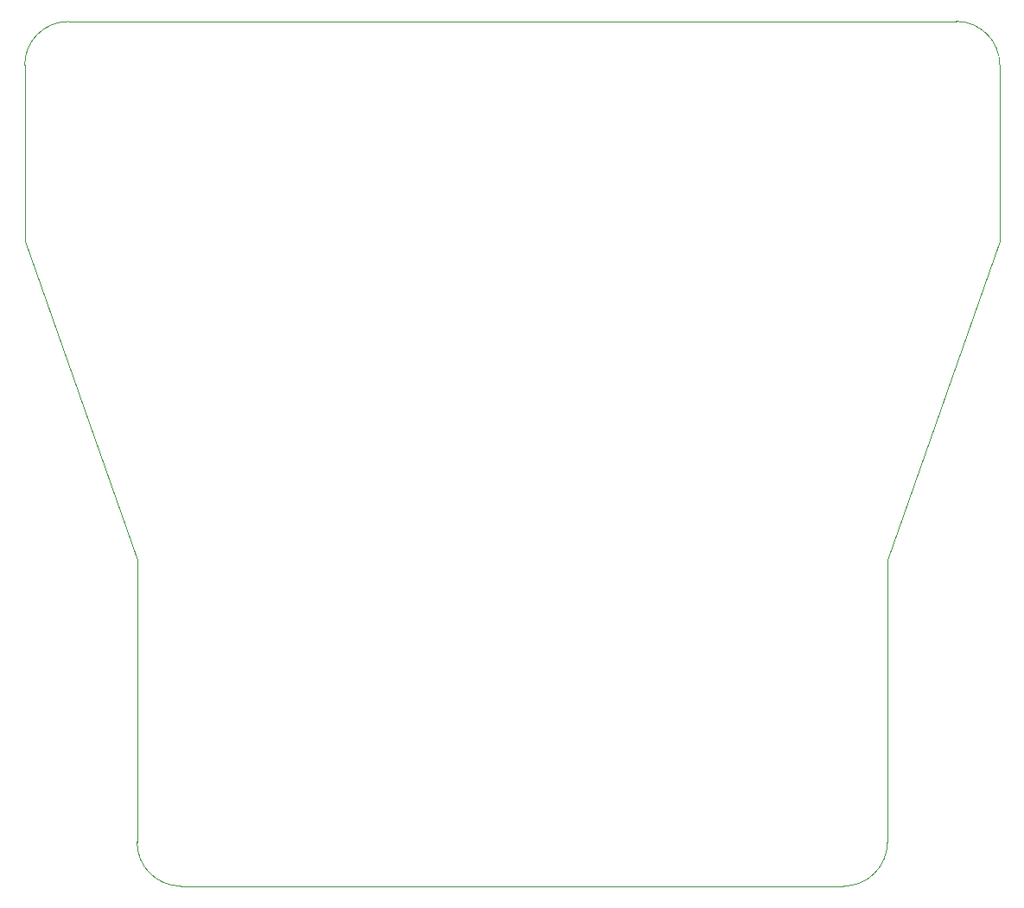
<source format=gbr>
%TF.GenerationSoftware,KiCad,Pcbnew,9.0.7*%
%TF.CreationDate,2026-02-14T18:41:00+05:30*%
%TF.ProjectId,Line_Follower,4c696e65-5f46-46f6-9c6c-6f7765722e6b,v1.0*%
%TF.SameCoordinates,Original*%
%TF.FileFunction,Profile,NP*%
%FSLAX46Y46*%
G04 Gerber Fmt 4.6, Leading zero omitted, Abs format (unit mm)*
G04 Created by KiCad (PCBNEW 9.0.7) date 2026-02-14 18:41:00*
%MOMM*%
%LPD*%
G01*
G04 APERTURE LIST*
%TA.AperFunction,Profile*%
%ADD10C,0.050000*%
%TD*%
G04 APERTURE END LIST*
D10*
X183009870Y-110431971D02*
G75*
G02*
X178708618Y-114750103I-4301270J-16829D01*
G01*
X98477998Y-34291400D02*
X98500000Y-51500000D01*
X98500000Y-51500000D02*
X109500000Y-82750000D01*
X113791382Y-114750000D02*
G75*
G02*
X109490200Y-110448837I18J4301200D01*
G01*
X189750000Y-30000903D02*
G75*
G02*
X194019797Y-34270762I0J-4269797D01*
G01*
X113791382Y-114750000D02*
X178708618Y-114750000D01*
X109500000Y-82750000D02*
X109490223Y-110448837D01*
X183000000Y-82750000D02*
X183009869Y-110431971D01*
X194019856Y-34270762D02*
X194000000Y-51500000D01*
X98477998Y-34291382D02*
G75*
G02*
X102750000Y-30019398I4272002J-18D01*
G01*
X194000000Y-51500000D02*
X183000000Y-82750000D01*
X102750000Y-30019398D02*
X189750000Y-30000903D01*
M02*

</source>
